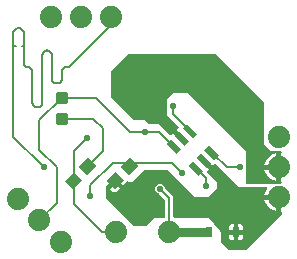
<source format=gbr>
G04 EAGLE Gerber RS-274X export*
G75*
%MOMM*%
%FSLAX34Y34*%
%LPD*%
%INTop Copper*%
%IPPOS*%
%AMOC8*
5,1,8,0,0,1.08239X$1,22.5*%
G01*
G04 Define Apertures*
%ADD10C,1.879600*%
%ADD11R,0.630000X0.830000*%
%ADD12C,0.300000*%
%ADD13R,0.550000X1.200000*%
%ADD14R,1.100000X1.000000*%
%ADD15C,0.081278*%
%ADD16C,0.550000*%
%ADD17C,0.200000*%
%ADD18C,0.800000*%
G36*
X239535Y66060D02*
X239238Y66000D01*
X210762Y66000D01*
X210487Y66051D01*
X210232Y66215D01*
X210060Y66465D01*
X210000Y66762D01*
X210000Y93912D01*
X209975Y94017D01*
X209956Y94044D01*
X161062Y142938D01*
X160970Y142995D01*
X160938Y143000D01*
X148088Y143000D01*
X147983Y142975D01*
X147956Y142956D01*
X143062Y138062D01*
X143005Y137970D01*
X143000Y137938D01*
X143000Y124088D01*
X143025Y123983D01*
X143044Y123956D01*
X152780Y114220D01*
X152933Y114001D01*
X153002Y113706D01*
X152952Y113407D01*
X152788Y113151D01*
X152538Y112980D01*
X152513Y112975D01*
X151206Y111668D01*
X158681Y104192D01*
X155808Y101319D01*
X148332Y108794D01*
X147033Y107495D01*
X146874Y107238D01*
X146627Y107062D01*
X146331Y106997D01*
X146032Y107053D01*
X145780Y107220D01*
X136062Y116938D01*
X135970Y116995D01*
X135938Y117000D01*
X127316Y117000D01*
X127030Y117056D01*
X126777Y117223D01*
X124062Y119938D01*
X123970Y119995D01*
X123938Y120000D01*
X115316Y120000D01*
X115030Y120056D01*
X114777Y120223D01*
X96223Y138777D01*
X96060Y139018D01*
X96000Y139316D01*
X96000Y161684D01*
X96056Y161970D01*
X96223Y162223D01*
X109777Y175777D01*
X110018Y175940D01*
X110316Y176000D01*
X183684Y176000D01*
X183970Y175944D01*
X184223Y175777D01*
X224777Y135223D01*
X224940Y134982D01*
X225000Y134684D01*
X225000Y100088D01*
X225025Y99983D01*
X225044Y99956D01*
X230938Y94062D01*
X231030Y94005D01*
X231062Y94000D01*
X239238Y94000D01*
X239513Y93949D01*
X239768Y93785D01*
X239940Y93535D01*
X240000Y93238D01*
X240000Y92700D01*
X239949Y92425D01*
X239785Y92170D01*
X239535Y91998D01*
X239532Y91998D01*
X239532Y67998D01*
X239768Y67847D01*
X239940Y67597D01*
X240000Y67300D01*
X240000Y66762D01*
X239949Y66487D01*
X239785Y66232D01*
X239535Y66060D01*
G37*
%LPC*%
G36*
X225562Y82032D02*
X235468Y82032D01*
X235468Y91938D01*
X235125Y91938D01*
X230738Y90121D01*
X227379Y86762D01*
X225562Y82375D01*
X225562Y82032D01*
G37*
G36*
X235125Y68062D02*
X235468Y68062D01*
X235468Y77968D01*
X225562Y77968D01*
X225562Y77625D01*
X227379Y73238D01*
X230738Y69879D01*
X235125Y68062D01*
G37*
%LPD*%
G36*
X209982Y10060D02*
X209684Y10000D01*
X202190Y10000D01*
X201841Y10085D01*
X201605Y10274D01*
X178945Y37467D01*
X178927Y37483D01*
X178913Y37490D01*
X178855Y37500D01*
X149262Y37500D01*
X148987Y37551D01*
X148732Y37715D01*
X148560Y37965D01*
X148500Y38262D01*
X148500Y55450D01*
X141243Y62707D01*
X141080Y62948D01*
X141020Y63245D01*
X141020Y63665D01*
X138665Y66020D01*
X135335Y66020D01*
X132980Y63665D01*
X132980Y60335D01*
X135335Y57980D01*
X135755Y57980D01*
X136041Y57924D01*
X136293Y57757D01*
X141277Y52773D01*
X141440Y52532D01*
X141500Y52235D01*
X141500Y38262D01*
X141449Y37987D01*
X141285Y37732D01*
X141035Y37560D01*
X140738Y37500D01*
X132588Y37500D01*
X132483Y37475D01*
X132456Y37456D01*
X125223Y30223D01*
X124982Y30060D01*
X124684Y30000D01*
X115316Y30000D01*
X115030Y30056D01*
X114777Y30223D01*
X91223Y53777D01*
X91060Y54018D01*
X91000Y54316D01*
X91000Y63769D01*
X91047Y64033D01*
X91206Y64291D01*
X91454Y64466D01*
X91632Y64505D01*
X98990Y71863D01*
X105758Y65095D01*
X108793Y68130D01*
X109023Y68288D01*
X109320Y68353D01*
X109618Y68297D01*
X109870Y68130D01*
X109956Y68044D01*
X109983Y68025D01*
X110088Y68000D01*
X113938Y68000D01*
X113970Y68005D01*
X114062Y68062D01*
X123777Y77777D01*
X124018Y77940D01*
X124316Y78000D01*
X143684Y78000D01*
X143970Y77944D01*
X144223Y77777D01*
X166938Y55062D01*
X167030Y55005D01*
X167062Y55000D01*
X177912Y55000D01*
X178017Y55025D01*
X178044Y55044D01*
X184938Y61938D01*
X184995Y62030D01*
X185000Y62062D01*
X185000Y67912D01*
X184975Y68017D01*
X184956Y68044D01*
X177220Y75780D01*
X177067Y75999D01*
X176998Y76294D01*
X177048Y76593D01*
X177212Y76849D01*
X177462Y77020D01*
X177487Y77025D01*
X178794Y78332D01*
X171319Y85808D01*
X174192Y88681D01*
X181668Y81206D01*
X182967Y82505D01*
X183126Y82762D01*
X183373Y82938D01*
X183669Y83003D01*
X183968Y82947D01*
X184220Y82780D01*
X203938Y63062D01*
X204030Y63005D01*
X204062Y63000D01*
X227178Y63000D01*
X227441Y62953D01*
X227699Y62794D01*
X227874Y62546D01*
X227939Y62250D01*
X227884Y61952D01*
X227716Y61699D01*
X227379Y61362D01*
X225562Y56975D01*
X225562Y56632D01*
X239532Y56632D01*
X239532Y42598D01*
X239768Y42447D01*
X239940Y42197D01*
X240000Y41900D01*
X240000Y40316D01*
X239944Y40030D01*
X239777Y39777D01*
X210223Y10223D01*
X209982Y10060D01*
G37*
%LPC*%
G36*
X97584Y59025D02*
X99688Y59025D01*
X102884Y62221D01*
X98990Y66116D01*
X94741Y61868D01*
X97584Y59025D01*
G37*
G36*
X235125Y42662D02*
X235468Y42662D01*
X235468Y52568D01*
X225562Y52568D01*
X225562Y52225D01*
X227379Y47838D01*
X230738Y44479D01*
X235125Y42662D01*
G37*
G36*
X195810Y27032D02*
X199468Y27032D01*
X199468Y31690D01*
X197298Y31690D01*
X195810Y30202D01*
X195810Y27032D01*
G37*
G36*
X203532Y27032D02*
X207190Y27032D01*
X207190Y30202D01*
X205702Y31690D01*
X203532Y31690D01*
X203532Y27032D01*
G37*
G36*
X203532Y18310D02*
X205702Y18310D01*
X207190Y19798D01*
X207190Y22968D01*
X203532Y22968D01*
X203532Y18310D01*
G37*
G36*
X197298Y18310D02*
X199468Y18310D01*
X199468Y22968D01*
X195810Y22968D01*
X195810Y19798D01*
X197298Y18310D01*
G37*
%LPD*%
G36*
X207450Y10079D02*
X207060Y10000D01*
X195414Y10000D01*
X195039Y10073D01*
X194707Y10293D01*
X189293Y15707D01*
X189079Y16024D01*
X189000Y16414D01*
X189000Y24123D01*
X189025Y24344D01*
X189188Y24707D01*
X189480Y24977D01*
X189855Y25112D01*
X190252Y25091D01*
X190610Y24916D01*
X195420Y21216D01*
X195731Y20813D01*
X195810Y20423D01*
X195810Y19798D01*
X197298Y18310D01*
X198857Y18310D01*
X199109Y18278D01*
X199467Y18103D01*
X207670Y11793D01*
X207968Y11419D01*
X208059Y11032D01*
X207993Y10640D01*
X207778Y10304D01*
X207450Y10079D01*
G37*
G36*
X178500Y29064D02*
X178500Y20936D01*
X144734Y20936D01*
X144205Y21006D01*
X143691Y21143D01*
X143199Y21347D01*
X142737Y21614D01*
X142315Y21938D01*
X141938Y22315D01*
X141614Y22737D01*
X141347Y23199D01*
X141143Y23691D01*
X141006Y24205D01*
X140936Y24734D01*
X140936Y25266D01*
X141006Y25795D01*
X141143Y26309D01*
X141347Y26801D01*
X141614Y27263D01*
X141938Y27685D01*
X142315Y28062D01*
X142737Y28386D01*
X143199Y28653D01*
X143691Y28857D01*
X144205Y28994D01*
X144734Y29064D01*
X178500Y29064D01*
G37*
D10*
X145000Y25000D03*
X100000Y25000D03*
D11*
X201500Y25000D03*
X178500Y25000D03*
D12*
X57500Y124730D02*
X50500Y124730D01*
X57500Y124730D02*
X57500Y117730D01*
X50500Y117730D01*
X50500Y124730D01*
X50500Y120580D02*
X57500Y120580D01*
X57500Y123430D02*
X50500Y123430D01*
X50500Y142270D02*
X57500Y142270D01*
X57500Y135270D01*
X50500Y135270D01*
X50500Y142270D01*
X50500Y138120D02*
X57500Y138120D01*
X57500Y140970D02*
X50500Y140970D01*
D13*
G36*
X156338Y113208D02*
X160227Y117097D01*
X168712Y108612D01*
X164823Y104723D01*
X156338Y113208D01*
G37*
G36*
X149621Y106490D02*
X153510Y110379D01*
X161995Y101894D01*
X158106Y98005D01*
X149621Y106490D01*
G37*
G36*
X142903Y99773D02*
X146792Y103662D01*
X155277Y95177D01*
X151388Y91288D01*
X142903Y99773D01*
G37*
G36*
X161288Y81388D02*
X165177Y85277D01*
X173662Y76792D01*
X169773Y72903D01*
X161288Y81388D01*
G37*
G36*
X174723Y94823D02*
X178612Y98712D01*
X187097Y90227D01*
X183208Y86338D01*
X174723Y94823D01*
G37*
G36*
X168005Y88106D02*
X171894Y91995D01*
X180379Y83510D01*
X176490Y79621D01*
X168005Y88106D01*
G37*
D10*
X44600Y207500D03*
X70000Y207500D03*
X95400Y207500D03*
X237500Y105400D03*
X237500Y80000D03*
X237500Y54600D03*
X52961Y17039D03*
X35000Y35000D03*
X17039Y52961D03*
D14*
G36*
X103586Y80657D02*
X111363Y88434D01*
X118434Y81363D01*
X110657Y73586D01*
X103586Y80657D01*
G37*
G36*
X91566Y68637D02*
X99343Y76414D01*
X106414Y69343D01*
X98637Y61566D01*
X91566Y68637D01*
G37*
G36*
X68586Y80657D02*
X76363Y88434D01*
X83434Y81363D01*
X75657Y73586D01*
X68586Y80657D01*
G37*
G36*
X56566Y68637D02*
X64343Y76414D01*
X71414Y69343D01*
X63637Y61566D01*
X56566Y68637D01*
G37*
D15*
D16*
X137000Y62000D03*
D17*
X145000Y54000D01*
X145000Y25000D01*
X87979Y25000D02*
X63990Y48990D01*
X63990Y68990D01*
X87979Y25000D02*
X100000Y25000D01*
D16*
X75000Y105000D03*
D17*
X63990Y93990D01*
X63990Y68990D01*
D18*
X127000Y156000D03*
X115000Y43000D03*
D16*
X78000Y56000D03*
D17*
X108010Y84010D02*
X111010Y81010D01*
X108010Y84010D02*
X97010Y84010D01*
X180910Y92525D02*
X193435Y80000D01*
X205000Y80000D01*
D16*
X205000Y80000D03*
D17*
X146990Y84010D02*
X114010Y84010D01*
X111010Y81010D01*
X146990Y84010D02*
X156000Y75000D01*
D16*
X156000Y75000D03*
D17*
X97010Y84010D02*
X78000Y65000D01*
X78000Y56000D01*
X167475Y79090D02*
X176000Y70565D01*
X176000Y64000D01*
D16*
X176000Y64000D03*
D17*
X149090Y97475D02*
X136565Y110000D01*
X124000Y110000D02*
X112000Y110000D01*
X50000Y80000D02*
X35000Y95000D01*
X50000Y80000D02*
X50000Y50000D01*
X35000Y35000D01*
D16*
X124000Y110000D03*
D17*
X112000Y110000D02*
X83230Y138770D01*
X54000Y138770D01*
X35000Y119770D01*
X35000Y95000D01*
X124000Y110000D02*
X136565Y110000D01*
D16*
X39000Y80000D03*
D17*
X13000Y106000D01*
X148000Y125435D02*
X162525Y110910D01*
X148000Y125435D02*
X148000Y132000D01*
D16*
X148000Y132000D03*
D17*
X13000Y106000D02*
X13000Y183000D01*
X15000Y183000D01*
X20000Y183000D02*
X22000Y183000D01*
X13000Y183000D02*
X13000Y195000D01*
X16000Y198000D01*
X22000Y195000D02*
X22000Y183000D01*
X22000Y195000D02*
X19000Y198000D01*
X16000Y198000D01*
X22000Y183000D02*
X22000Y168000D01*
X25000Y165000D02*
X25127Y164998D01*
X25254Y164992D01*
X25381Y164982D01*
X25507Y164969D01*
X25633Y164951D01*
X25758Y164930D01*
X25882Y164904D01*
X26006Y164875D01*
X26129Y164843D01*
X26251Y164806D01*
X26371Y164766D01*
X26490Y164721D01*
X26608Y164674D01*
X26724Y164622D01*
X26839Y164568D01*
X26952Y164509D01*
X27063Y164447D01*
X27172Y164382D01*
X27279Y164314D01*
X27383Y164242D01*
X27486Y164167D01*
X27586Y164089D01*
X27684Y164008D01*
X27779Y163923D01*
X27872Y163836D01*
X27961Y163747D01*
X28048Y163654D01*
X28133Y163559D01*
X28214Y163461D01*
X28292Y163361D01*
X28367Y163258D01*
X28439Y163154D01*
X28507Y163047D01*
X28572Y162938D01*
X28634Y162827D01*
X28693Y162714D01*
X28747Y162599D01*
X28799Y162483D01*
X28846Y162365D01*
X28891Y162246D01*
X28931Y162126D01*
X28968Y162004D01*
X29000Y161881D01*
X29029Y161757D01*
X29055Y161633D01*
X29076Y161508D01*
X29094Y161382D01*
X29107Y161256D01*
X29117Y161129D01*
X29123Y161002D01*
X29125Y160875D01*
X29125Y135125D01*
X29127Y134998D01*
X29133Y134871D01*
X29143Y134744D01*
X29156Y134618D01*
X29174Y134492D01*
X29195Y134367D01*
X29221Y134243D01*
X29250Y134119D01*
X29282Y133996D01*
X29319Y133874D01*
X29359Y133754D01*
X29404Y133635D01*
X29451Y133517D01*
X29503Y133401D01*
X29557Y133286D01*
X29616Y133173D01*
X29678Y133063D01*
X29743Y132953D01*
X29811Y132846D01*
X29883Y132742D01*
X29958Y132639D01*
X30036Y132539D01*
X30117Y132441D01*
X30202Y132346D01*
X30289Y132253D01*
X30378Y132164D01*
X30471Y132077D01*
X30566Y131992D01*
X30664Y131911D01*
X30764Y131833D01*
X30867Y131758D01*
X30971Y131686D01*
X31078Y131618D01*
X31187Y131553D01*
X31298Y131491D01*
X31411Y131432D01*
X31526Y131378D01*
X31642Y131326D01*
X31760Y131279D01*
X31879Y131234D01*
X31999Y131194D01*
X32121Y131157D01*
X32244Y131125D01*
X32368Y131096D01*
X32492Y131070D01*
X32617Y131049D01*
X32743Y131031D01*
X32869Y131018D01*
X32996Y131008D01*
X33123Y131002D01*
X33250Y131000D01*
X33377Y131002D01*
X33504Y131008D01*
X33631Y131018D01*
X33757Y131031D01*
X33883Y131049D01*
X34008Y131070D01*
X34132Y131096D01*
X34256Y131125D01*
X34379Y131157D01*
X34501Y131194D01*
X34621Y131234D01*
X34740Y131279D01*
X34858Y131326D01*
X34974Y131378D01*
X35089Y131432D01*
X35202Y131491D01*
X35312Y131553D01*
X35422Y131618D01*
X35529Y131686D01*
X35633Y131758D01*
X35736Y131833D01*
X35836Y131911D01*
X35934Y131992D01*
X36029Y132077D01*
X36122Y132164D01*
X36211Y132253D01*
X36298Y132346D01*
X36383Y132441D01*
X36464Y132539D01*
X36542Y132639D01*
X36617Y132742D01*
X36689Y132846D01*
X36757Y132953D01*
X36822Y133063D01*
X36884Y133173D01*
X36943Y133286D01*
X36997Y133401D01*
X37049Y133517D01*
X37096Y133635D01*
X37141Y133754D01*
X37181Y133874D01*
X37218Y133996D01*
X37250Y134119D01*
X37279Y134243D01*
X37305Y134367D01*
X37326Y134492D01*
X37344Y134618D01*
X37357Y134744D01*
X37367Y134871D01*
X37373Y134998D01*
X37375Y135125D01*
X37375Y174875D01*
X37377Y175002D01*
X37383Y175129D01*
X37393Y175256D01*
X37406Y175382D01*
X37424Y175508D01*
X37445Y175633D01*
X37471Y175757D01*
X37500Y175881D01*
X37532Y176004D01*
X37569Y176126D01*
X37609Y176246D01*
X37654Y176365D01*
X37701Y176483D01*
X37753Y176599D01*
X37807Y176714D01*
X37866Y176827D01*
X37928Y176938D01*
X37993Y177047D01*
X38061Y177154D01*
X38133Y177258D01*
X38208Y177361D01*
X38286Y177461D01*
X38367Y177559D01*
X38452Y177654D01*
X38539Y177747D01*
X38628Y177836D01*
X38721Y177923D01*
X38816Y178008D01*
X38914Y178089D01*
X39014Y178167D01*
X39117Y178242D01*
X39221Y178314D01*
X39328Y178382D01*
X39438Y178447D01*
X39548Y178509D01*
X39661Y178568D01*
X39776Y178622D01*
X39892Y178674D01*
X40010Y178721D01*
X40129Y178766D01*
X40249Y178806D01*
X40371Y178843D01*
X40494Y178875D01*
X40618Y178904D01*
X40742Y178930D01*
X40867Y178951D01*
X40993Y178969D01*
X41119Y178982D01*
X41246Y178992D01*
X41373Y178998D01*
X41500Y179000D01*
X41627Y178998D01*
X41754Y178992D01*
X41881Y178982D01*
X42007Y178969D01*
X42133Y178951D01*
X42258Y178930D01*
X42382Y178904D01*
X42506Y178875D01*
X42629Y178843D01*
X42751Y178806D01*
X42871Y178766D01*
X42990Y178721D01*
X43108Y178674D01*
X43224Y178622D01*
X43339Y178568D01*
X43452Y178509D01*
X43563Y178447D01*
X43672Y178382D01*
X43779Y178314D01*
X43883Y178242D01*
X43986Y178167D01*
X44086Y178089D01*
X44184Y178008D01*
X44279Y177923D01*
X44372Y177836D01*
X44461Y177747D01*
X44548Y177654D01*
X44633Y177559D01*
X44714Y177461D01*
X44792Y177361D01*
X44867Y177258D01*
X44939Y177154D01*
X45007Y177047D01*
X45072Y176938D01*
X45134Y176827D01*
X45193Y176714D01*
X45247Y176599D01*
X45299Y176483D01*
X45346Y176365D01*
X45391Y176246D01*
X45431Y176126D01*
X45468Y176004D01*
X45500Y175881D01*
X45529Y175757D01*
X45555Y175633D01*
X45576Y175508D01*
X45594Y175382D01*
X45607Y175256D01*
X45617Y175129D01*
X45623Y175002D01*
X45625Y174875D01*
X45625Y155125D01*
X45627Y154998D01*
X45633Y154871D01*
X45643Y154744D01*
X45656Y154618D01*
X45674Y154492D01*
X45695Y154367D01*
X45721Y154243D01*
X45750Y154119D01*
X45782Y153996D01*
X45819Y153874D01*
X45859Y153754D01*
X45904Y153635D01*
X45951Y153517D01*
X46003Y153401D01*
X46057Y153286D01*
X46116Y153173D01*
X46178Y153063D01*
X46243Y152953D01*
X46311Y152846D01*
X46383Y152742D01*
X46458Y152639D01*
X46536Y152539D01*
X46617Y152441D01*
X46702Y152346D01*
X46789Y152253D01*
X46878Y152164D01*
X46971Y152077D01*
X47066Y151992D01*
X47164Y151911D01*
X47264Y151833D01*
X47367Y151758D01*
X47471Y151686D01*
X47578Y151618D01*
X47687Y151553D01*
X47798Y151491D01*
X47911Y151432D01*
X48026Y151378D01*
X48142Y151326D01*
X48260Y151279D01*
X48379Y151234D01*
X48499Y151194D01*
X48621Y151157D01*
X48744Y151125D01*
X48868Y151096D01*
X48992Y151070D01*
X49117Y151049D01*
X49243Y151031D01*
X49369Y151018D01*
X49496Y151008D01*
X49623Y151002D01*
X49750Y151000D01*
X49877Y151002D01*
X50004Y151008D01*
X50131Y151018D01*
X50257Y151031D01*
X50383Y151049D01*
X50508Y151070D01*
X50632Y151096D01*
X50756Y151125D01*
X50879Y151157D01*
X51001Y151194D01*
X51121Y151234D01*
X51240Y151279D01*
X51358Y151326D01*
X51474Y151378D01*
X51589Y151432D01*
X51702Y151491D01*
X51812Y151553D01*
X51922Y151618D01*
X52029Y151686D01*
X52133Y151758D01*
X52236Y151833D01*
X52336Y151911D01*
X52434Y151992D01*
X52529Y152077D01*
X52622Y152164D01*
X52711Y152253D01*
X52798Y152346D01*
X52883Y152441D01*
X52964Y152539D01*
X53042Y152639D01*
X53117Y152742D01*
X53189Y152846D01*
X53257Y152953D01*
X53322Y153063D01*
X53384Y153173D01*
X53443Y153286D01*
X53497Y153401D01*
X53549Y153517D01*
X53596Y153635D01*
X53641Y153754D01*
X53681Y153874D01*
X53718Y153996D01*
X53750Y154119D01*
X53779Y154243D01*
X53805Y154367D01*
X53826Y154492D01*
X53844Y154618D01*
X53857Y154744D01*
X53867Y154871D01*
X53873Y154998D01*
X53875Y155125D01*
X53875Y160875D01*
X53877Y161002D01*
X53883Y161129D01*
X53893Y161256D01*
X53906Y161382D01*
X53924Y161508D01*
X53945Y161633D01*
X53971Y161757D01*
X54000Y161881D01*
X54032Y162004D01*
X54069Y162126D01*
X54109Y162246D01*
X54154Y162365D01*
X54201Y162483D01*
X54253Y162599D01*
X54307Y162714D01*
X54366Y162827D01*
X54428Y162938D01*
X54493Y163047D01*
X54561Y163154D01*
X54633Y163258D01*
X54708Y163361D01*
X54786Y163461D01*
X54867Y163559D01*
X54952Y163654D01*
X55039Y163747D01*
X55128Y163836D01*
X55221Y163923D01*
X55316Y164008D01*
X55414Y164089D01*
X55514Y164167D01*
X55617Y164242D01*
X55721Y164314D01*
X55828Y164382D01*
X55938Y164447D01*
X56048Y164509D01*
X56161Y164568D01*
X56276Y164622D01*
X56392Y164674D01*
X56510Y164721D01*
X56629Y164766D01*
X56749Y164806D01*
X56871Y164843D01*
X56994Y164875D01*
X57118Y164904D01*
X57242Y164930D01*
X57367Y164951D01*
X57493Y164969D01*
X57619Y164982D01*
X57746Y164992D01*
X57873Y164998D01*
X58000Y165000D01*
X60000Y165000D01*
X25000Y165000D02*
X24893Y165002D01*
X24786Y165008D01*
X24679Y165017D01*
X24573Y165031D01*
X24467Y165048D01*
X24362Y165069D01*
X24258Y165093D01*
X24155Y165122D01*
X24053Y165154D01*
X23952Y165189D01*
X23852Y165228D01*
X23754Y165271D01*
X23657Y165317D01*
X23562Y165367D01*
X23469Y165420D01*
X23378Y165476D01*
X23289Y165536D01*
X23202Y165598D01*
X23118Y165664D01*
X23035Y165733D01*
X22956Y165804D01*
X22879Y165879D01*
X22804Y165956D01*
X22733Y166035D01*
X22664Y166118D01*
X22598Y166202D01*
X22536Y166289D01*
X22476Y166378D01*
X22420Y166469D01*
X22367Y166562D01*
X22317Y166657D01*
X22271Y166754D01*
X22228Y166852D01*
X22189Y166952D01*
X22154Y167053D01*
X22122Y167155D01*
X22093Y167258D01*
X22069Y167362D01*
X22048Y167467D01*
X22031Y167573D01*
X22017Y167679D01*
X22008Y167786D01*
X22002Y167893D01*
X22000Y168000D01*
X60000Y165000D02*
X95400Y200400D01*
X95400Y207500D01*
X89000Y113000D02*
X89000Y94000D01*
X76010Y81010D01*
X80770Y121230D02*
X54000Y121230D01*
X80770Y121230D02*
X89000Y113000D01*
M02*

</source>
